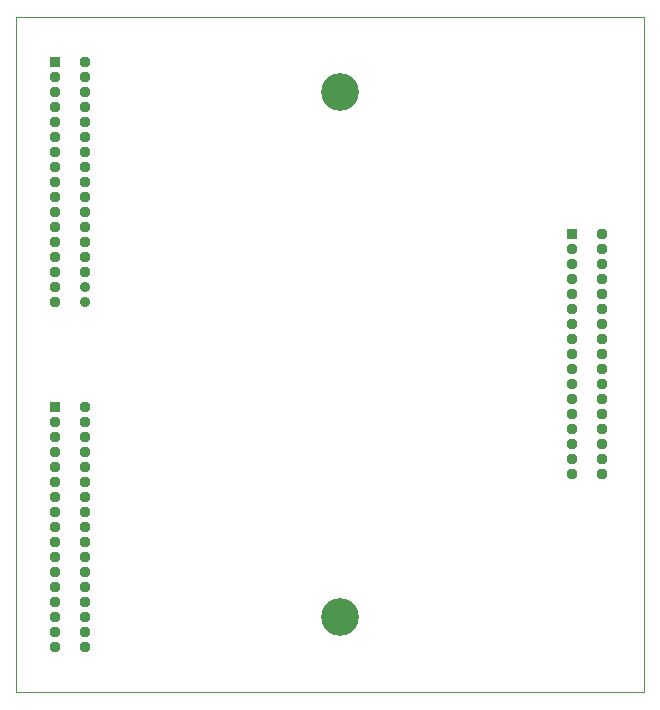
<source format=gbr>
%TF.GenerationSoftware,KiCad,Pcbnew,7.0.7*%
%TF.CreationDate,2023-09-12T23:19:34-05:00*%
%TF.ProjectId,Heater_North_DCT_HSK,48656174-6572-45f4-9e6f-7274685f4443,rev?*%
%TF.SameCoordinates,Original*%
%TF.FileFunction,Soldermask,Top*%
%TF.FilePolarity,Negative*%
%FSLAX46Y46*%
G04 Gerber Fmt 4.6, Leading zero omitted, Abs format (unit mm)*
G04 Created by KiCad (PCBNEW 7.0.7) date 2023-09-12 23:19:34*
%MOMM*%
%LPD*%
G01*
G04 APERTURE LIST*
%ADD10C,3.200000*%
%ADD11R,0.940800X0.940800*%
%ADD12C,0.940800*%
%ADD13C,0.890000*%
%TA.AperFunction,Profile*%
%ADD14C,0.100000*%
%TD*%
G04 APERTURE END LIST*
D10*
%TO.C,REF\u002A\u002A*%
X118110000Y-53340000D03*
%TD*%
D11*
%TO.C,J2*%
X93969840Y-80010000D03*
D12*
X96530160Y-80010000D03*
X93980000Y-81280000D03*
X96520000Y-81280000D03*
X93980000Y-82550000D03*
X96520000Y-82550000D03*
X93980000Y-83820000D03*
X96520000Y-83820000D03*
X93980000Y-85090000D03*
X96520000Y-85090000D03*
X93980000Y-86360000D03*
X96520000Y-86360000D03*
X93980000Y-87630000D03*
X96520000Y-87630000D03*
X93980000Y-88900000D03*
X96520000Y-88900000D03*
X93980000Y-90170000D03*
X96520000Y-90170000D03*
X93980000Y-91440000D03*
X96520000Y-91440000D03*
X93980000Y-92710000D03*
X96520000Y-92710000D03*
X93980000Y-93980000D03*
X96520000Y-93980000D03*
X93980000Y-95250000D03*
X96520000Y-95250000D03*
X93980000Y-96520000D03*
X96520000Y-96520000D03*
X93980000Y-97790000D03*
X96520000Y-97790000D03*
X93980000Y-99060000D03*
X96520000Y-99060000D03*
X93980000Y-100330000D03*
X96520000Y-100330000D03*
%TD*%
D10*
%TO.C,REF\u002A\u002A*%
X118110000Y-97790000D03*
%TD*%
D11*
%TO.C,J3*%
X137719840Y-65340000D03*
D12*
X140280160Y-65340000D03*
X137730000Y-66610000D03*
X140270000Y-66610000D03*
X137730000Y-67880000D03*
X140270000Y-67880000D03*
X137730000Y-69150000D03*
X140270000Y-69150000D03*
X137730000Y-70420000D03*
X140270000Y-70420000D03*
X137730000Y-71690000D03*
X140270000Y-71690000D03*
X137730000Y-72960000D03*
X140270000Y-72960000D03*
X137730000Y-74230000D03*
X140270000Y-74230000D03*
X137730000Y-75500000D03*
X140270000Y-75500000D03*
X137730000Y-76770000D03*
X140270000Y-76770000D03*
X137730000Y-78040000D03*
X140270000Y-78040000D03*
X137730000Y-79310000D03*
X140270000Y-79310000D03*
X137730000Y-80580000D03*
X140270000Y-80580000D03*
X137730000Y-81850000D03*
X140270000Y-81850000D03*
X137730000Y-83120000D03*
X140270000Y-83120000D03*
X137730000Y-84390000D03*
X140270000Y-84390000D03*
X137730000Y-85660000D03*
X140270000Y-85660000D03*
%TD*%
D11*
%TO.C,J1*%
X93969840Y-50800000D03*
D12*
X96530160Y-50800000D03*
X93980000Y-52070000D03*
X96520000Y-52070000D03*
X93980000Y-53340000D03*
X96520000Y-53340000D03*
X93980000Y-54610000D03*
X96520000Y-54610000D03*
X93980000Y-55880000D03*
X96520000Y-55880000D03*
X93980000Y-57150000D03*
X96520000Y-57150000D03*
X93980000Y-58420000D03*
X96520000Y-58420000D03*
X93980000Y-59690000D03*
X96520000Y-59690000D03*
X93980000Y-60960000D03*
X96520000Y-60960000D03*
X93980000Y-62230000D03*
X96520000Y-62230000D03*
X93980000Y-63500000D03*
X96520000Y-63500000D03*
X93980000Y-64770000D03*
X96520000Y-64770000D03*
X93980000Y-66040000D03*
X96520000Y-66040000D03*
X93980000Y-67310000D03*
X96520000Y-67310000D03*
X93980000Y-68580000D03*
X96520000Y-68580000D03*
X93980000Y-69850000D03*
D13*
X96520000Y-69850000D03*
D12*
X93980000Y-71120000D03*
D13*
X96520000Y-71120000D03*
%TD*%
D14*
X90690200Y-46990000D02*
X143830200Y-46990000D01*
X143830200Y-104140000D01*
X90690200Y-104140000D01*
X90690200Y-46990000D01*
M02*

</source>
